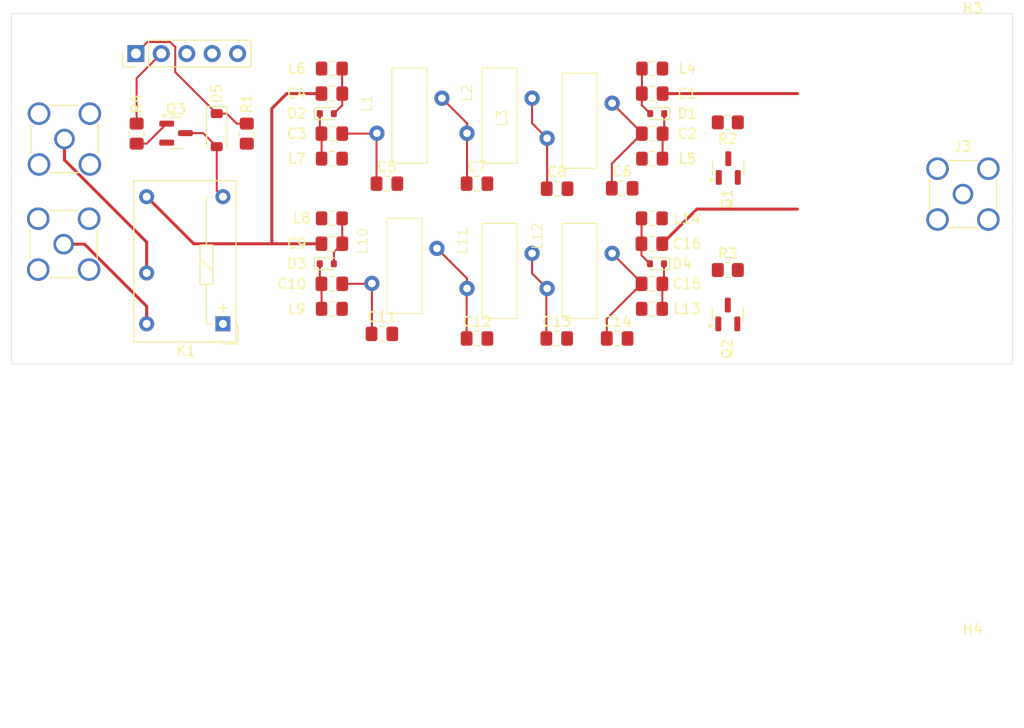
<source format=kicad_pcb>
(kicad_pcb (version 20240108) (generator "pcbnew") (generator_version "8.0")
  (layers (0 "F.Cu" signal) (31 "B.Cu" signal) (34 "B.Paste" user) (35 "F.Paste" user) (36 "B.SilkS" user "B.Silkscreen") (37 "F.SilkS" user "F.Silkscreen") (38 "B.Mask" user) (39 "F.Mask" user) (44 "Edge.Cuts" user))
  (net 0 "")
  (net 1 "LPF_OUT")
  (net 2 "Net-(D1-A)")
  (net 3 "Net-(D1-K)")
  (net 4 "Net-(C2-Pad1)")
  (net 5 "Net-(D2-K)")
  (net 6 "Net-(C3-Pad1)")
  (net 7 "/RF_A")
  (net 8 "Net-(D2-A)")
  (net 9 "GND")
  (net 10 "Net-(C7-Pad1)")
  (net 11 "Net-(C8-Pad1)")
  (net 12 "Net-(D3-A)")
  (net 13 "Net-(C10-Pad1)")
  (net 14 "Net-(D3-K)")
  (net 15 "Net-(C12-Pad1)")
  (net 16 "Net-(C13-Pad1)")
  (net 17 "Net-(C14-Pad1)")
  (net 18 "Net-(D4-K)")
  (net 19 "Net-(D4-A)")
  (net 20 "+5V")
  (net 21 "Net-(D5-A)")
  (net 22 "TX_IN")
  (net 23 "RX_OUT")
  (net 24 "TX_SEL")
  (net 25 "LPF_SEL1")
  (net 26 "LPF_SEL0")
  (net 27 "Net-(L14-Pad2)")
  (net 28 "Net-(Q1-C)")
  (net 29 "Net-(Q2-C)")
  (net 30 "Net-(Q1-B)")
  (net 31 "Net-(Q2-B)")
  (net 32 "Net-(Q3-B)")
  (footprint "Inductor_SMD:L_0805_2012Metric_Pad1.15x1.40mm_HandSolder" (layer "F.Cu") (at 186 65.5)
    (property "Reference" "L5" (at 3.5 0 0) (layer "F.SilkS"))
    (property "Value" "47uH")
    (fp_line (start -0.261252 -0.71) (end 0.261252 -0.71) (stroke (width 0.12)) (layer "F.SilkS"))
    (fp_line (start -0.261252 0.71) (end 0.261252 0.71) (stroke (width 0.12)) (layer "F.SilkS"))
    (pad "1" smd roundrect (at -1.025 0) (size 1.15 1.4) (layers "F.Cu" "F.Paste" "F.Mask") (roundrect_rratio 0.217391) (net 28 "Net-(Q1-C)"))
    (pad "2" smd roundrect (at 1.025 0) (size 1.15 1.4) (layers "F.Cu" "F.Paste" "F.Mask") (roundrect_rratio 0.217391) (net 3 "Net-(D1-K)"))
  )
  (footprint "Capacitor_SMD:C_0805_2012Metric_Pad1.18x1.45mm_HandSolder" (layer "F.Cu") (at 182.5 83.4625)
    (property "Reference" "C14" (at 0 -1.68 0) (layer "F.SilkS"))
    (property "Value" "180p")
    (fp_line (start -0.261252 -0.735) (end 0.261252 -0.735) (stroke (width 0.12)) (layer "F.SilkS"))
    (fp_line (start -0.261252 0.735) (end 0.261252 0.735) (stroke (width 0.12)) (layer "F.SilkS"))
    (pad "1" smd roundrect (at -1.0375 0) (size 1.175 1.45) (layers "F.Cu" "F.Paste" "F.Mask") (roundrect_rratio 0.212766) (net 17 "Net-(C14-Pad1)"))
    (pad "2" smd roundrect (at 1.0375 0) (size 1.175 1.45) (layers "F.Cu" "F.Paste" "F.Mask") (roundrect_rratio 0.212766) (net 9 "GND"))
  )
  (footprint "bruce-footprints:FT37-43 Unifilar" (layer "F.Cu") (at 178.5 76.4625 90)
    (property "Reference" "L12" (at 3.23 -3.987 90) (layer "F.SilkS") (effects (font (thickness 0.1))))
    (property "Value" "0.773u")
    (fp_rect (start -5 -1.5) (end 4.5 2) (stroke (width 0.1)) (fill none) (layer "F.SilkS"))
    (pad "1" thru_hole circle (at -2 -3 90) (size 1.524 1.524) (drill 0.762) (layers "*.Cu" "*.Mask") (net 16 "Net-(C13-Pad1)"))
    (pad "2" thru_hole circle (at 1.5 3.5 90) (size 1.524 1.524) (drill 0.762) (layers "*.Cu" "*.Mask") (net 17 "Net-(C14-Pad1)"))
  )
  (footprint "bruce-footprints:FT37-43 Unifilar" (layer "F.Cu") (at 161.5 60.9625 90)
    (property "Reference" "L1" (at 1 -4 90) (layer "F.SilkS") (effects (font (thickness 0.1))))
    (property "Value" "1.38uH")
    (fp_rect (start -5 -1.5) (end 4.5 2) (stroke (width 0.1)) (fill none) (layer "F.SilkS"))
    (pad "1" thru_hole circle (at -2 -3 90) (size 1.524 1.524) (drill 0.762) (layers "*.Cu" "*.Mask") (net 6 "Net-(C3-Pad1)"))
    (pad "2" thru_hole circle (at 1.5 3.5 90) (size 1.524 1.524) (drill 0.762) (layers "*.Cu" "*.Mask") (net 10 "Net-(C7-Pad1)"))
  )
  (footprint "MountingHole:MountingHole_3.5mm" (layer "F.Cu") (at 126 55)
    (property "Reference" "H1" (hide yes))
    (property "Value" "MountingHole")
    (pad "" np_thru_hole circle (at 0 0) (size 3.5 3.5) (drill 3.5) (layers "*.Cu" "*.Mask"))
  )
  (footprint "Connector_PinHeader_2.54mm:PinHeader_1x05_P2.54mm_Vertical" (layer "F.Cu") (at 134.425 55 90)
    (property "Reference" "J4" (hide yes))
    (property "Value" "Conn_01x05")
    (fp_line (start -1.33 -1.33) (end 0 -1.33) (stroke (width 0.12)) (layer "F.SilkS"))
    (fp_line (start -1.33 0) (end -1.33 -1.33) (stroke (width 0.12)) (layer "F.SilkS"))
    (fp_line (start 1.33 1.27) (end 1.33 11.49) (stroke (width 0.12)) (layer "F.SilkS"))
    (fp_line (start -1.33 1.27) (end 1.33 1.27) (stroke (width 0.12)) (layer "F.SilkS"))
    (fp_line (start -1.33 1.27) (end -1.33 11.49) (stroke (width 0.12)) (layer "F.SilkS"))
    (fp_line (start -1.33 11.49) (end 1.33 11.49) (stroke (width 0.12)) (layer "F.SilkS"))
    (pad "1" thru_hole rect (at 0 0 90) (size 1.7 1.7) (drill 1) (layers "*.Cu" "*.Mask") (net 20 "+5V"))
    (pad "2" thru_hole oval (at 0 2.54 90) (size 1.7 1.7) (drill 1) (layers "*.Cu" "*.Mask") (net 24 "TX_SEL"))
    (pad "3" thru_hole oval (at 0 5.08 90) (size 1.7 1.7) (drill 1) (layers "*.Cu" "*.Mask") (net 26 "LPF_SEL0"))
    (pad "4" thru_hole oval (at 0 7.62 90) (size 1.7 1.7) (drill 1) (layers "*.Cu" "*.Mask") (net 25 "LPF_SEL1"))
    (pad "5" thru_hole oval (at 0 10.16 90) (size 1.7 1.7) (drill 1) (layers "*.Cu" "*.Mask") (net 9 "GND"))
  )
  (footprint "Connector_Coaxial:SMA_Amphenol_901-144_Vertical" (layer "F.Cu") (at 127.21 74.04)
    (property "Reference" "J1" (hide yes))
    (property "Value" "Conn_Coaxial")
    (fp_line (start -3.355 -1.45) (end -3.355 1.45) (stroke (width 0.12)) (layer "F.SilkS"))
    (fp_line (start -1.45 -3.355) (end 1.45 -3.355) (stroke (width 0.12)) (layer "F.SilkS"))
    (fp_line (start -1.45 3.355) (end 1.45 3.355) (stroke (width 0.12)) (layer "F.SilkS"))
    (fp_line (start 3.355 -1.45) (end 3.355 1.45) (stroke (width 0.12)) (layer "F.SilkS"))
    (pad "1" thru_hole circle (at 0 0) (size 2.05 2.05) (drill 1.5) (layers "*.Cu" "*.Mask") (net 22 "TX_IN"))
    (pad "2" thru_hole circle (at -2.54 -2.54) (size 2.25 2.25) (drill 1.7) (layers "*.Cu" "*.Mask") (net 9 "GND"))
    (pad "2" thru_hole circle (at -2.54 2.54) (size 2.25 2.25) (drill 1.7) (layers "*.Cu" "*.Mask") (net 9 "GND"))
    (pad "2" thru_hole circle (at 2.54 -2.54) (size 2.25 2.25) (drill 1.7) (layers "*.Cu" "*.Mask") (net 9 "GND"))
    (pad "2" thru_hole circle (at 2.54 2.54) (size 2.25 2.25) (drill 1.7) (layers "*.Cu" "*.Mask") (net 9 "GND"))
  )
  (footprint "Diode_SMD:D_SOD-523" (layer "F.Cu") (at 153.5 61)
    (property "Reference" "D2" (at -3 0 0) (layer "F.SilkS"))
    (property "Value" "D")
    (fp_line (start -1.26 -0.6) (end -1.26 0.6) (stroke (width 0.12)) (layer "F.SilkS"))
    (fp_line (start 0.7 -0.6) (end -1.26 -0.6) (stroke (width 0.12)) (layer "F.SilkS"))
    (fp_line (start 0.7 0.6) (end -1.26 0.6) (stroke (width 0.12)) (layer "F.SilkS"))
    (pad "1" smd roundrect (at -0.7 0 180) (size 0.6 0.7) (layers "F.Cu" "F.Paste" "F.Mask") (net 5 "Net-(D2-K)"))
    (pad "2" smd roundrect (at 0.7 0 180) (size 0.6 0.7) (layers "F.Cu" "F.Paste" "F.Mask") (net 8 "Net-(D2-A)"))
  )
  (footprint "Capacitor_SMD:C_0805_2012Metric_Pad1.18x1.45mm_HandSolder" (layer "F.Cu") (at 185.975 78)
    (property "Reference" "C15" (at 3.5 0 0) (layer "F.SilkS"))
    (property "Value" "0.1uF")
    (fp_line (start -0.261252 -0.735) (end 0.261252 -0.735) (stroke (width 0.12)) (layer "F.SilkS"))
    (fp_line (start -0.261252 0.735) (end 0.261252 0.735) (stroke (width 0.12)) (layer "F.SilkS"))
    (pad "1" smd roundrect (at -1.0375 0) (size 1.175 1.45) (layers "F.Cu" "F.Paste" "F.Mask") (roundrect_rratio 0.212766) (net 17 "Net-(C14-Pad1)"))
    (pad "2" smd roundrect (at 1.0375 0) (size 1.175 1.45) (layers "F.Cu" "F.Paste" "F.Mask") (roundrect_rratio 0.212766) (net 18 "Net-(D4-K)"))
  )
  (footprint "Capacitor_SMD:C_0805_2012Metric_Pad1.18x1.45mm_HandSolder" (layer "F.Cu") (at 154 63 180)
    (property "Reference" "C3" (at 3.5 0 0) (layer "F.SilkS"))
    (property "Value" "0.1uF")
    (fp_line (start -0.261252 0.735) (end 0.261252 0.735) (stroke (width 0.12)) (layer "F.SilkS"))
    (fp_line (start -0.261252 -0.735) (end 0.261252 -0.735) (stroke (width 0.12)) (layer "F.SilkS"))
    (pad "1" smd roundrect (at -1.0375 0 180) (size 1.175 1.45) (layers "F.Cu" "F.Paste" "F.Mask") (roundrect_rratio 0.212766) (net 6 "Net-(C3-Pad1)"))
    (pad "2" smd roundrect (at 1.0375 0 180) (size 1.175 1.45) (layers "F.Cu" "F.Paste" "F.Mask") (roundrect_rratio 0.212766) (net 5 "Net-(D2-K)"))
  )
  (footprint "bruce-footprints:FT37-43 Unifilar" (layer "F.Cu") (at 170.5 76.4625 90)
    (property "Reference" "L11" (at 2.73 -3.463 90) (layer "F.SilkS") (effects (font (thickness 0.1))))
    (property "Value" "0.904u")
    (fp_rect (start -5 -1.5) (end 4.5 2) (stroke (width 0.1)) (fill none) (layer "F.SilkS"))
    (pad "1" thru_hole circle (at -2 -3 90) (size 1.524 1.524) (drill 0.762) (layers "*.Cu" "*.Mask") (net 15 "Net-(C12-Pad1)"))
    (pad "2" thru_hole circle (at 1.5 3.5 90) (size 1.524 1.524) (drill 0.762) (layers "*.Cu" "*.Mask") (net 16 "Net-(C13-Pad1)"))
  )
  (footprint "Capacitor_SMD:C_0805_2012Metric_Pad1.18x1.45mm_HandSolder" (layer "F.Cu") (at 154 78 180)
    (property "Reference" "C10" (at 4 0 0) (layer "F.SilkS"))
    (property "Value" "0.1uF")
    (fp_line (start -0.261252 0.735) (end 0.261252 0.735) (stroke (width 0.12)) (layer "F.SilkS"))
    (fp_line (start -0.261252 -0.735) (end 0.261252 -0.735) (stroke (width 0.12)) (layer "F.SilkS"))
    (pad "1" smd roundrect (at -1.0375 0 180) (size 1.175 1.45) (layers "F.Cu" "F.Paste" "F.Mask") (roundrect_rratio 0.212766) (net 13 "Net-(C10-Pad1)"))
    (pad "2" smd roundrect (at 1.0375 0 180) (size 1.175 1.45) (layers "F.Cu" "F.Paste" "F.Mask") (roundrect_rratio 0.212766) (net 14 "Net-(D3-K)"))
  )
  (footprint "Capacitor_SMD:C_0805_2012Metric_Pad1.18x1.45mm_HandSolder" (layer "F.Cu") (at 186 59)
    (property "Reference" "C1" (at 3.5 0 0) (layer "F.SilkS"))
    (property "Value" "0.1uF")
    (fp_line (start -0.261252 -0.735) (end 0.261252 -0.735) (stroke (width 0.12)) (layer "F.SilkS"))
    (fp_line (start -0.261252 0.735) (end 0.261252 0.735) (stroke (width 0.12)) (layer "F.SilkS"))
    (pad "1" smd roundrect (at -1.0375 0) (size 1.175 1.45) (layers "F.Cu" "F.Paste" "F.Mask") (roundrect_rratio 0.212766) (net 2 "Net-(D1-A)"))
    (pad "2" smd roundrect (at 1.0375 0) (size 1.175 1.45) (layers "F.Cu" "F.Paste" "F.Mask") (roundrect_rratio 0.212766) (net 1 "LPF_OUT"))
  )
  (footprint "Capacitor_SMD:C_0805_2012Metric_Pad1.18x1.45mm_HandSolder" (layer "F.Cu") (at 176.4625 83.4625)
    (property "Reference" "C13" (at 0 -1.68 0) (layer "F.SilkS"))
    (property "Value" "390")
    (fp_line (start -0.261252 -0.735) (end 0.261252 -0.735) (stroke (width 0.12)) (layer "F.SilkS"))
    (fp_line (start -0.261252 0.735) (end 0.261252 0.735) (stroke (width 0.12)) (layer "F.SilkS"))
    (pad "1" smd roundrect (at -1.0375 0) (size 1.175 1.45) (layers "F.Cu" "F.Paste" "F.Mask") (roundrect_rratio 0.212766) (net 16 "Net-(C13-Pad1)"))
    (pad "2" smd roundrect (at 1.0375 0) (size 1.175 1.45) (layers "F.Cu" "F.Paste" "F.Mask") (roundrect_rratio 0.212766) (net 9 "GND"))
  )
  (footprint "Capacitor_SMD:C_0805_2012Metric_Pad1.18x1.45mm_HandSolder" (layer "F.Cu") (at 176.5 68.5)
    (property "Reference" "C8" (at 0 -1.68 0) (layer "F.SilkS"))
    (property "Value" "680p")
    (fp_line (start -0.261252 -0.735) (end 0.261252 -0.735) (stroke (width 0.12)) (layer "F.SilkS"))
    (fp_line (start -0.261252 0.735) (end 0.261252 0.735) (stroke (width 0.12)) (layer "F.SilkS"))
    (pad "1" smd roundrect (at -1.0375 0) (size 1.175 1.45) (layers "F.Cu" "F.Paste" "F.Mask") (roundrect_rratio 0.212766) (net 11 "Net-(C8-Pad1)"))
    (pad "2" smd roundrect (at 1.0375 0) (size 1.175 1.45) (layers "F.Cu" "F.Paste" "F.Mask") (roundrect_rratio 0.212766) (net 9 "GND"))
  )
  (footprint "Inductor_SMD:L_0805_2012Metric_Pad1.15x1.40mm_HandSolder" (layer "F.Cu") (at 154 71.4625 180)
    (property "Reference" "L8" (at 3 0.0375 360) (layer "F.SilkS"))
    (property "Value" "47uH")
    (fp_line (start -0.261252 0.71) (end 0.261252 0.71) (stroke (width 0.12)) (layer "F.SilkS"))
    (fp_line (start -0.261252 -0.71) (end 0.261252 -0.71) (stroke (width 0.12)) (layer "F.SilkS"))
    (pad "1" smd roundrect (at -1.025 0 180) (size 1.15 1.4) (layers "F.Cu" "F.Paste" "F.Mask") (roundrect_rratio 0.217391) (net 12 "Net-(D3-A)"))
    (pad "2" smd roundrect (at 1.025 0 180) (size 1.15 1.4) (layers "F.Cu" "F.Paste" "F.Mask") (roundrect_rratio 0.217391) (net 27 "Net-(L14-Pad2)"))
  )
  (footprint "Inductor_SMD:L_0805_2012Metric_Pad1.15x1.40mm_HandSolder" (layer "F.Cu") (at 154 65.5 180)
    (property "Reference" "L7" (at 3.5 0 0) (layer "F.SilkS"))
    (property "Value" "47uH")
    (fp_line (start -0.261252 0.71) (end 0.261252 0.71) (stroke (width 0.12)) (layer "F.SilkS"))
    (fp_line (start -0.261252 -0.71) (end 0.261252 -0.71) (stroke (width 0.12)) (layer "F.SilkS"))
    (pad "1" smd roundrect (at -1.025 0 180) (size 1.15 1.4) (layers "F.Cu" "F.Paste" "F.Mask") (roundrect_rratio 0.217391) (net 28 "Net-(Q1-C)"))
    (pad "2" smd roundrect (at 1.025 0 180) (size 1.15 1.4) (layers "F.Cu" "F.Paste" "F.Mask") (roundrect_rratio 0.217391) (net 5 "Net-(D2-K)"))
  )
  (footprint "Package_TO_SOT_SMD:SOT-23" (layer "F.Cu") (at 193.55 81.0625 90)
    (property "Reference" "Q2" (at -3.4375 -0.05 90) (layer "F.SilkS"))
    (property "Value" "MMBT3904")
    (fp_line (start 0 -1.56) (end 0.65 -1.56) (stroke (width 0.12)) (layer "F.SilkS"))
    (fp_line (start 0 -1.56) (end -0.65 -1.56) (stroke (width 0.12)) (layer "F.SilkS"))
    (fp_line (start 0 1.56) (end 0.65 1.56) (stroke (width 0.12)) (layer "F.SilkS"))
    (fp_line (start 0 1.56) (end -0.65 1.56) (stroke (width 0.12)) (layer "F.SilkS"))
    (fp_poly (pts (xy -1.1625 -1.51) (xy -1.4025 -1.84) (xy -0.9225 -1.84) (xy -1.1625 -1.51)) (stroke (width 0.12)) (fill solid) (layer "F.SilkS"))
    (pad "1" smd roundrect (at -0.9375 -0.95 90) (size 1.475 0.6) (layers "F.Cu" "F.Paste" "F.Mask") (net 31 "Net-(Q2-B)"))
    (pad "2" smd roundrect (at -0.9375 0.95 90) (size 1.475 0.6) (layers "F.Cu" "F.Paste" "F.Mask") (net 9 "GND"))
    (pad "3" smd roundrect (at 0.9375 0 90) (size 1.475 0.6) (layers "F.Cu" "F.Paste" "F.Mask") (net 29 "Net-(Q2-C)"))
  )
  (footprint "Inductor_SMD:L_0805_2012Metric_Pad1.15x1.40mm_HandSolder" (layer "F.Cu") (at 154 80.5 180)
    (property "Reference" "L9" (at 3.5 0 0) (layer "F.SilkS"))
    (property "Value" "47uH")
    (fp_line (start -0.261252 0.71) (end 0.261252 0.71) (stroke (width 0.12)) (layer "F.SilkS"))
    (fp_line (start -0.261252 -0.71) (end 0.261252 -0.71) (stroke (width 0.12)) (layer "F.SilkS"))
    (pad "1" smd roundrect (at -1.025 0 180) (size 1.15 1.4) (layers "F.Cu" "F.Paste" "F.Mask") (roundrect_rratio 0.217391) (net 29 "Net-(Q2-C)"))
    (pad "2" smd roundrect (at 1.025 0 180) (size 1.15 1.4) (layers "F.Cu" "F.Paste" "F.Mask") (roundrect_rratio 0.217391) (net 14 "Net-(D3-K)"))
  )
  (footprint "Capacitor_SMD:C_0805_2012Metric_Pad1.18x1.45mm_HandSolder" (layer "F.Cu") (at 183 68.4625)
    (property "Reference" "C6" (at 0 -1.68 0) (layer "F.SilkS"))
    (property "Value" "270p")
    (fp_line (start -0.261252 -0.735) (end 0.261252 -0.735) (stroke (width 0.12)) (layer "F.SilkS"))
    (fp_line (start -0.261252 0.735) (end 0.261252 0.735) (stroke (width 0.12)) (layer "F.SilkS"))
    (pad "1" smd roundrect (at -1.0375 0) (size 1.175 1.45) (layers "F.Cu" "F.Paste" "F.Mask") (roundrect_rratio 0.212766) (net 4 "Net-(C2-Pad1)"))
    (pad "2" smd roundrect (at 1.0375 0) (size 1.175 1.45) (layers "F.Cu" "F.Paste" "F.Mask") (roundrect_rratio 0.212766) (net 9 "GND"))
  )
  (footprint "Relay_THT:Relay_SPDT_Omron_G6E" (layer "F.Cu") (at 143.12 82 180)
    (property "Reference" "K1" (at 3.7 -2.7 0) (layer "F.SilkS"))
    (property "Value" "G6E")
    (fp_line (start 8.9 14.3) (end -1.3 14.3) (stroke (width 0.12)) (layer "F.SilkS"))
    (fp_line (start 8.9 -1.8) (end 8.9 14.3) (stroke (width 0.12)) (layer "F.SilkS"))
    (fp_line (start 2.286 7.874) (end 1.016 7.874) (stroke (width 0.12)) (layer "F.SilkS"))
    (fp_line (start 2.286 3.937) (end 2.286 7.874) (stroke (width 0.12)) (layer "F.SilkS"))
    (fp_line (start 1.651 12.573) (end 1.397 12.573) (stroke (width 0.12)) (layer "F.SilkS"))
    (fp_line (start 1.651 7.874) (end 1.651 12.573) (stroke (width 0.12)) (layer "F.SilkS"))
    (fp_line (start 1.651 3.81) (end 1.651 0) (stroke (width 0.12)) (layer "F.SilkS"))
    (fp_line (start 1.651 0) (end 1.27 0) (stroke (width 0.12)) (layer "F.SilkS"))
    (fp_line (start 1.143 5.334) (end 2.286 6.477) (stroke (width 0.12)) (layer "F.SilkS"))
    (fp_line (start 1.016 7.874) (end 1.016 3.937) (stroke (width 0.12)) (layer "F.SilkS"))
    (fp_line (start 1.016 3.937) (end 2.286 3.937) (stroke (width 0.12)) (layer "F.SilkS"))
    (fp_line (start 0.4 1.6) (end -0.4 1.6) (stroke (width 0.12)) (layer "F.SilkS"))
    (fp_line (start 0 1.2) (end 0 2) (stroke (width 0.12)) (layer "F.SilkS"))
    (fp_line (start -1.3 14.3) (end -1.3 -1.8) (stroke (width 0.12)) (layer "F.SilkS"))
    (fp_line (start -1.3 -1.8) (end 8.9 -1.8) (stroke (width 0.12)) (layer "F.SilkS"))
    (fp_line (start -1.5 0) (end -1.5 -2) (stroke (width 0.12)) (layer "F.SilkS"))
    (fp_line (start -1.5 -2) (end 0.1 -2) (stroke (width 0.12)) (layer "F.SilkS"))
    (pad "1" thru_hole rect (at 0 0 90) (size 1.50114 1.50114) (drill 0.8001) (layers "*.Cu" "*.Mask") (net 20 "+5V"))
    (pad "6" thru_hole circle (at 0 12.7 90) (size 1.50114 1.50114) (drill 0.8001) (layers "*.Cu" "*.Mask") (net 21 "Net-(D5-A)"))
    (pad "7" thru_hole circle (at 7.62 12.7 90) (size 1.50114 1.50114) (drill 0.8001) (layers "*.Cu" "*.Mask") (net 7 "/RF_A"))
    (pad "10" thru_hole circle (at 7.62 5.08 90) (size 1.50114 1.50114) (drill 0.8001) (layers "*.Cu" "*.Mask") (net 23 "RX_OUT"))
    (pad "12" thru_hole circle (at 7.62 0 90) (size 1.50114 1.50114) (drill 0.8001) (layers "*.Cu" "*.Mask") (net 22 "TX_IN"))
  )
  (footprint "Diode_SMD:D_SOD-523" (layer "F.Cu") (at 186.475 76 180)
    (property "Reference" "D4" (at -2.5 0 0) (layer "F.SilkS"))
    (property "Value" "D")
    (fp_line (start 0.7 0.6) (end -1.26 0.6) (stroke (width 0.12)) (layer "F.SilkS"))
    (fp_line (start 0.7 -0.6) (end -1.26 -0.6) (stroke (width 0.12)) (layer "F.SilkS"))
    (fp_line (start -1.26 -0.6) (end -1.26 0.6) (stroke (width 0.12)) (layer "F.SilkS"))
    (pad "1" smd roundrect (at -0.7 0) (size 0.6 0.7) (layers "F.Cu" "F.Paste" "F.Mask") (net 18 "Net-(D4-K)"))
    (pad "2" smd roundrect (at 0.7 0) (size 0.6 0.7) (layers "F.Cu" "F.Paste" "F.Mask") (net 19 "Net-(D4-A)"))
  )
  (footprint "Diode_SMD:D_SOD-523" (layer "F.Cu") (at 153.5 76)
    (property "Reference" "D3" (at -3 0 0) (layer "F.SilkS"))
    (property "Value" "D")
    (fp_line (start -1.26 -0.6) (end -1.26 0.6) (stroke (width 0.12)) (layer "F.SilkS"))
    (fp_line (start 0.7 -0.6) (end -1.26 -0.6) (stroke (width 0.12)) (layer "F.SilkS"))
    (fp_line (start 0.7 0.6) (end -1.26 0.6) (stroke (width 0.12)) (layer "F.SilkS"))
    (pad "1" smd roundrect (at -0.7 0 180) (size 0.6 0.7) (layers "F.Cu" "F.Paste" "F.Mask") (net 14 "Net-(D3-K)"))
    (pad "2" smd roundrect (at 0.7 0 180) (size 0.6 0.7) (layers "F.Cu" "F.Paste" "F.Mask") (net 12 "Net-(D3-A)"))
  )
  (footprint "Capacitor_SMD:C_0805_2012Metric_Pad1.18x1.45mm_HandSolder" (layer "F.Cu") (at 159.5 68)
    (property "Reference" "C5" (at 0 -1.68 0) (layer "F.SilkS"))
    (property "Value" "270p")
    (fp_line (start -0.261252 -0.735) (end 0.261252 -0.735) (stroke (width 0.12)) (layer "F.SilkS"))
    (fp_line (start -0.261252 0.735) (end 0.261252 0.735) (stroke (width 0.12)) (layer "F.SilkS"))
    (pad "1" smd roundrect (at -1.0375 0) (size 1.175 1.45) (layers "F.Cu" "F.Paste" "F.Mask") (roundrect_rratio 0.212766) (net 6 "Net-(C3-Pad1)"))
    (pad "2" smd roundrect (at 1.0375 0) (size 1.175 1.45) (layers "F.Cu" "F.Paste" "F.Mask") (roundrect_rratio 0.212766) (net 9 "GND"))
  )
  (footprint "Package_TO_SOT_SMD:SOT-23" (layer "F.Cu") (at 193.6 66.4375 90)
    (property "Reference" "Q1" (at -3.0625 -0.1 90) (layer "F.SilkS"))
    (property "Value" "MMBT3904")
    (fp_line (start 0 -1.56) (end 0.65 -1.56) (stroke (width 0.12)) (layer "F.SilkS"))
    (fp_line (start 0 -1.56) (end -0.65 -1.56) (stroke (width 0.12)) (layer "F.SilkS"))
    (fp_line (start 0 1.56) (end 0.65 1.56) (stroke (width 0.12)) (layer "F.SilkS"))
    (fp_line (start 0 1.56) (end -0.65 1.56) (stroke (width 0.12)) (layer "F.SilkS"))
    (fp_poly (pts (xy -1.1625 -1.51) (xy -1.4025 -1.84) (xy -0.9225 -1.84) (xy -1.1625 -1.51)) (stroke (width 0.12)) (fill solid) (layer "F.SilkS"))
    (pad "1" smd roundrect (at -0.9375 -0.95 90) (size 1.475 0.6) (layers "F.Cu" "F.Paste" "F.Mask") (net 30 "Net-(Q1-B)"))
    (pad "2" smd roundrect (at -0.9375 0.95 90) (size 1.475 0.6) (layers "F.Cu" "F.Paste" "F.Mask") (net 9 "GND"))
    (pad "3" smd roundrect (at 0.9375 0 90) (size 1.475 0.6) (layers "F.Cu" "F.Paste" "F.Mask") (net 28 "Net-(Q1-C)"))
  )
  (footprint "Inductor_SMD:L_0805_2012Metric_Pad1.15x1.40mm_HandSolder" (layer "F.Cu") (at 185.975 80.5)
    (property "Reference" "L13" (at 3.5 0 0) (layer "F.SilkS"))
    (property "Value" "47uH")
    (fp_line (start -0.261252 -0.71) (end 0.261252 -0.71) (stroke (width 0.12)) (layer "F.SilkS"))
    (fp_line (start -0.261252 0.71) (end 0.261252 0.71) (stroke (width 0.12)) (layer "F.SilkS"))
    (pad "1" smd roundrect (at -1.025 0) (size 1.15 1.4) (layers "F.Cu" "F.Paste" "F.Mask") (roundrect_rratio 0.217391) (net 29 "Net-(Q2-C)"))
    (pad "2" smd roundrect (at 1.025 0) (size 1.15 1.4) (layers "F.Cu" "F.Paste" "F.Mask") (roundrect_rratio 0.217391) (net 18 "Net-(D4-K)"))
  )
  (footprint "Diode_SMD:D_SOD-523" (layer "F.Cu") (at 186.5 61 180)
    (property "Reference" "D1" (at -3 0 0) (layer "F.SilkS"))
    (property "Value" "D")
    (fp_line (start 0.7 0.6) (end -1.26 0.6) (stroke (width 0.12)) (layer "F.SilkS"))
    (fp_line (start 0.7 -0.6) (end -1.26 -0.6) (stroke (width 0.12)) (layer "F.SilkS"))
    (fp_line (start -1.26 -0.6) (end -1.26 0.6) (stroke (width 0.12)) (layer "F.SilkS"))
    (pad "1" smd roundrect (at -0.7 0) (size 0.6 0.7) (layers "F.Cu" "F.Paste" "F.Mask") (net 3 "Net-(D1-K)"))
    (pad "2" smd roundrect (at 0.7 0) (size 0.6 0.7) (layers "F.Cu" "F.Paste" "F.Mask") (net 2 "Net-(D1-A)"))
  )
  (footprint "Capacitor_SMD:C_0805_2012Metric_Pad1.18x1.45mm_HandSolder" (layer "F.Cu") (at 154 59 180)
    (property "Reference" "C4" (at 3.5 0 0) (layer "F.SilkS"))
    (property "Value" "0.1uF")
    (fp_line (start -0.261252 0.735) (end 0.261252 0.735) (stroke (width 0.12)) (layer "F.SilkS"))
    (fp_line (start -0.261252 -0.735) (end 0.261252 -0.735) (stroke (width 0.12)) (layer "F.SilkS"))
    (pad "1" smd roundrect (at -1.0375 0 180) (size 1.175 1.45) (layers "F.Cu" "F.Paste" "F.Mask") (roundrect_rratio 0.212766) (net 8 "Net-(D2-A)"))
    (pad "2" smd roundrect (at 1.0375 0 180) (size 1.175 1.45) (layers "F.Cu" "F.Paste" "F.Mask") (roundrect_rratio 0.212766) (net 7 "/RF_A"))
  )
  (footprint "Capacitor_SMD:C_0805_2012Metric_Pad1.18x1.45mm_HandSolder" (layer "F.Cu") (at 186 63)
    (property "Reference" "C2" (at 3.5 0 0) (layer "F.SilkS"))
    (property "Value" "0.1uF")
    (fp_line (start -0.261252 -0.735) (end 0.261252 -0.735) (stroke (width 0.12)) (layer "F.SilkS"))
    (fp_line (start -0.261252 0.735) (end 0.261252 0.735) (stroke (width 0.12)) (layer "F.SilkS"))
    (pad "1" smd roundrect (at -1.0375 0) (size 1.175 1.45) (layers "F.Cu" "F.Paste" "F.Mask") (roundrect_rratio 0.212766) (net 4 "Net-(C2-Pad1)"))
    (pad "2" smd roundrect (at 1.0375 0) (size 1.175 1.45) (layers "F.Cu" "F.Paste" "F.Mask") (roundrect_rratio 0.212766) (net 3 "Net-(D1-K)"))
  )
  (footprint "Capacitor_SMD:C_0805_2012Metric_Pad1.18x1.45mm_HandSolder" (layer "F.Cu") (at 168.5 83.4625)
    (property "Reference" "C12" (at 0 -1.68 0) (layer "F.SilkS"))
    (property "Value" "390p")
    (fp_line (start -0.261252 -0.735) (end 0.261252 -0.735) (stroke (width 0.12)) (layer "F.SilkS"))
    (fp_line (start -0.261252 0.735) (end 0.261252 0.735) (stroke (width 0.12)) (layer "F.SilkS"))
    (pad "1" smd roundrect (at -1.0375 0) (size 1.175 1.45) (layers "F.Cu" "F.Paste" "F.Mask") (roundrect_rratio 0.212766) (net 15 "Net-(C12-Pad1)"))
    (pad "2" smd roundrect (at 1.0375 0) (size 1.175 1.45) (layers "F.Cu" "F.Paste" "F.Mask") (roundrect_rratio 0.212766) (net 9 "GND"))
  )
  (footprint "MountingHole:MountingHole_3.5mm" (layer "F.Cu") (at 218 117)
    (property "Reference" "H4" (at 0 -4.5 0) (layer "F.SilkS"))
    (property "Value" "MountingHole")
    (pad "" np_thru_hole circle (at 0 0) (size 3.5 3.5) (drill 3.5) (layers "*.Cu" "*.Mask"))
  )
  (footprint "bruce-footprints:FT37-43 Unifilar" (layer "F.Cu") (at 178.5 61.4625 90)
    (property "Reference" "L3" (at 0 -7.5 90) (layer "F.SilkS") (effects (font (thickness 0.1))))
    (property "Value" "1.38uH")
    (fp_rect (start -5 -1.5) (end 4.5 2) (stroke (width 0.1)) (fill none) (layer "F.SilkS"))
    (pad "1" thru_hole circle (at -2 -3 90) (size 1.524 1.524) (drill 0.762) (layers "*.Cu" "*.Mask") (net 11 "Net-(C8-Pad1)"))
    (pad "2" thru_hole circle (at 1.5 3.5 90) (size 1.524 1.524) (drill 0.762) (layers "*.Cu" "*.Mask") (net 4 "Net-(C2-Pad1)"))
  )
  (footprint "Connector_Coaxial:SMA_Amphenol_901-144_Vertical" (layer "F.Cu") (at 127.29 63.54)
    (property "Reference" "J2" (hide yes))
    (property "Value" "Conn_Coaxial")
    (fp_line (start -3.355 -1.45) (end -3.355 1.45) (stroke (width 0.12)) (layer "F.SilkS"))
    (fp_line (start -1.45 -3.355) (end 1.45 -3.355) (stroke (width 0.12)) (layer "F.SilkS"))
    (fp_line (start -1.45 3.355) (end 1.45 3.355) (stroke (width 0.12)) (layer "F.SilkS"))
    (fp_line (start 3.355 -1.45) (end 3.355 1.45) (stroke (width 0.12)) (layer "F.SilkS"))
    (pad "1" thru_hole circle (at 0 0) (size 2.05 2.05) (drill 1.5) (layers "*.Cu" "*.Mask") (net 23 "RX_OUT"))
    (pad "2" thru_hole circle (at -2.54 -2.54) (size 2.25 2.25) (drill 1.7) (layers "*.Cu" "*.Mask") (net 9 "GND"))
    (pad "2" thru_hole circle (at -2.54 2.54) (size 2.25 2.25) (drill 1.7) (layers "*.Cu" "*.Mask") (net 9 "GND"))
    (pad "2" thru_hole circle (at 2.54 -2.54) (size 2.25 2.25) (drill 1.7) (layers "*.Cu" "*.Mask") (net 9 "GND"))
    (pad "2" thru_hole circle (at 2.54 2.54) (size 2.25 2.25) (drill 1.7) (layers "*.Cu" "*.Mask") (net 9 "GND"))
  )
  (footprint "Capacitor_SMD:C_0805_2012Metric_Pad1.18x1.45mm_HandSolder" (layer "F.Cu") (at 154 74 180)
    (property "Reference" "C9" (at 3.5 0 0) (layer "F.SilkS"))
    (property "Value" "0.1uF")
    (fp_line (start -0.261252 0.735) (end 0.261252 0.735) (stroke (width 0.12)) (layer "F.SilkS"))
    (fp_line (start -0.261252 -0.735) (end 0.261252 -0.735) (stroke (width 0.12)) (layer "F.SilkS"))
    (pad "1" smd roundrect (at -1.0375 0 180) (size 1.175 1.45) (layers "F.Cu" "F.Paste" "F.Mask") (roundrect_rratio 0.212766) (net 12 "Net-(D3-A)"))
    (pad "2" smd roundrect (at 1.0375 0 180) (size 1.175 1.45) (layers "F.Cu" "F.Paste" "F.Mask") (roundrect_rratio 0.212766) (net 7 "/RF_A"))
  )
  (footprint "Resistor_SMD:R_0805_2012Metric_Pad1.20x1.40mm_HandSolder" (layer "F.Cu") (at 145.5 63 -90)
    (property "Reference" "R1" (at -3 0 90) (layer "F.SilkS"))
    (property "Value" "220")
    (fp_line (start -0.227064 0.735) (end 0.227064 0.735) (stroke (width 0.12)) (layer "F.SilkS"))
    (fp_line (start -0.227064 -0.735) (end 0.227064 -0.735) (stroke (width 0.12)) (layer "F.SilkS"))
    (pad "1" smd roundrect (at -1 0 270) (size 1.2 1.4) (layers "F.Cu" "F.Paste" "F.Mask") (roundrect_rratio 0.208333) (net 20 "+5V"))
    (pad "2" smd roundrect (at 1 0 270) (size 1.2 1.4) (layers "F.Cu" "F.Paste" "F.Mask") (roundrect_rratio 0.208333) (net 27 "Net-(L14-Pad2)"))
  )
  (footprint "Inductor_SMD:L_0805_2012Metric_Pad1.15x1.40mm_HandSolder" (layer "F.Cu") (at 154 56.5 180)
    (property "Reference" "L6" (at 3.5 0 0) (layer "F.SilkS"))
    (property "Value" "47uH")
    (fp_line (start -0.261252 0.71) (end 0.261252 0.71) (stroke (width 0.12)) (layer "F.SilkS"))
    (fp_line (start -0.261252 -0.71) (end 0.261252 -0.71) (stroke (width 0.12)) (layer "F.SilkS"))
    (pad "1" smd roundrect (at -1.025 0 180) (size 1.15 1.4) (layers "F.Cu" "F.Paste" "F.Mask") (roundrect_rratio 0.217391) (net 8 "Net-(D2-A)"))
    (pad "2" smd roundrect (at 1.025 0 180) (size 1.15 1.4) (layers "F.Cu" "F.Paste" "F.Mask") (roundrect_rratio 0.217391) (net 27 "Net-(L14-Pad2)"))
  )
  (footprint "Connector_Coaxial:SMA_Amphenol_901-144_Vertical" (layer "F.Cu") (at 217.04 69.04)
    (property "Reference" "J3" (at 0 -4.75 0) (layer "F.SilkS"))
    (property "Value" "Conn_Coaxial")
    (fp_line (start -3.355 -1.45) (end -3.355 1.45) (stroke (width 0.12)) (layer "F.SilkS"))
    (fp_line (start -1.45 -3.355) (end 1.45 -3.355) (stroke (width 0.12)) (layer "F.SilkS"))
    (fp_line (start -1.45 3.355) (end 1.45 3.355) (stroke (width 0.12)) (layer "F.SilkS"))
    (fp_line (start 3.355 -1.45) (end 3.355 1.45) (stroke (width 0.12)) (layer "F.SilkS"))
    (pad "1" thru_hole circle (at 0 0) (size 2.05 2.05) (drill 1.5) (layers "*.Cu" "*.Mask") (net 1 "LPF_OUT"))
    (pad "2" thru_hole circle (at -2.54 -2.54) (size 2.25 2.25) (drill 1.7) (layers "*.Cu" "*.Mask") (net 9 "GND"))
    (pad "2" thru_hole circle (at -2.54 2.54) (size 2.25 2.25) (drill 1.7) (layers "*.Cu" "*.Mask") (net 9 "GND"))
    (pad "2" thru_hole circle (at 2.54 -2.54) (size 2.25 2.25) (drill 1.7) (layers "*.Cu" "*.Mask") (net 9 "GND"))
    (pad "2" thru_hole circle (at 2.54 2.54) (size 2.25 2.25) (drill 1.7) (layers "*.Cu" "*.Mask") (net 9 "GND"))
  )
  (footprint "bruce-footprints:FT37-43 Unifilar" (layer "F.Cu") (at 161 75.9625 90)
    (property "Reference" "L10" (at 2.23 -3.939 90) (layer "F.SilkS") (effects (font (thickness 0.1))))
    (property "Value" "0.773u")
    (fp_rect (start -5 -1.5) (end 4.5 2) (stroke (width 0.1)) (fill none) (layer "F.SilkS"))
    (pad "1" thru_hole circle (at -2 -3 90) (size 1.524 1.524) (drill 0.762) (layers "*.Cu" "*.Mask") (net 13 "Net-(C10-Pad1)"))
    (pad "2" thru_hole circle (at 1.5 3.5 90) (size 1.524 1.524) (drill 0.762) (layers "*.Cu" "*.Mask") (net 15 "Net-(C12-Pad1)"))
  )
  (footprint "Capacitor_SMD:C_0805_2012Metric_Pad1.18x1.45mm_HandSolder" (layer "F.Cu") (at 168.5 68)
    (property "Reference" "C7" (at 0 -1.68 0) (layer "F.SilkS"))
    (property "Value" "680p")
    (fp_line (start -0.261252 -0.735) (end 0.261252 -0.735) (stroke (width 0.12)) (layer "F.SilkS"))
    (fp_line (start -0.261252 0.735) (end 0.261252 0.735) (stroke (width 0.12)) (layer "F.SilkS"))
    (pad "1" smd roundrect (at -1.0375 0) (size 1.175 1.45) (layers "F.Cu" "F.Paste" "F.Mask") (roundrect_rratio 0.212766) (net 10 "Net-(C7-Pad1)"))
    (pad "2" smd roundrect (at 1.0375 0) (size 1.175 1.45) (layers "F.Cu" "F.Paste" "F.Mask") (roundrect_rratio 0.212766) (net 9 "GND"))
  )
  (footprint "Inductor_SMD:L_0805_2012Metric_Pad1.15x1.40mm_HandSolder" (layer "F.Cu") (at 186 56.5)
    (property "Reference" "L4" (at 3.5 0 0) (layer "F.SilkS"))
    (property "Value" "47uH")
    (fp_line (start -0.261252 -0.71) (end 0.261252 -0.71) (stroke (width 0.12)) (layer "F.SilkS"))
    (fp_line (start -0.261252 0.71) (end 0.261252 0.71) (stroke (width 0.12)) (layer "F.SilkS"))
    (pad "1" smd roundrect (at -1.025 0) (size 1.15 1.4) (layers "F.Cu" "F.Paste" "F.Mask") (roundrect_rratio 0.217391) (net 2 "Net-(D1-A)"))
    (pad "2" smd roundrect (at 1.025 0) (size 1.15 1.4) (layers "F.Cu" "F.Paste" "F.Mask") (roundrect_rratio 0.217391) (net 27 "Net-(L14-Pad2)"))
  )
  (footprint "Diode_SMD:D_SOD-123" (layer "F.Cu") (at 142.5 62.65 -90)
    (property "Reference" "D5" (at -3.65 0 90) (layer "F.SilkS"))
    (property "Value" "1N4148W")
    (fp_line (start -2.36 1) (end 1.65 1) (stroke (width 0.12)) (layer "F.SilkS"))
    (fp_line (start -2.36 -1) (end -2.36 1) (stroke (width 0.12)) (layer "F.SilkS"))
    (fp_line (start -2.36 -1) (end 1.65 -1) (stroke (width 0.12)) (layer "F.SilkS"))
    (pad "1" smd roundrect (at -1.65 0 270) (size 0.9 1.2) (layers "F.Cu" "F.Paste" "F.Mask") (net 20 "+5V"))
    (pad "2" smd roundrect (at 1.65 0 270) (size 0.9 1.2) (layers "F.Cu" "F.Paste" "F.Mask") (net 21 "Net-(D5-A)"))
  )
  (footprint "Capacitor_SMD:C_0805_2012Metric_Pad1.18x1.45mm_HandSolder" (layer "F.Cu") (at 159 83)
    (property "Reference" "C11" (at 0 -1.68 0) (layer "F.SilkS"))
    (property "Value" "180p")
    (fp_line (start -0.261252 -0.735) (end 0.261252 -0.735) (stroke (width 0.12)) (layer "F.SilkS"))
    (fp_line (start -0.261252 0.735) (end 0.261252 0.735) (stroke (width 0.12)) (layer "F.SilkS"))
    (pad "1" smd roundrect (at -1.0375 0) (size 1.175 1.45) (layers "F.Cu" "F.Paste" "F.Mask") (roundrect_rratio 0.212766) (net 13 "Net-(C10-Pad1)"))
    (pad "2" smd roundrect (at 1.0375 0) (size 1.175 1.45) (layers "F.Cu" "F.Paste" "F.Mask") (roundrect_rratio 0.212766) (net 9 "GND"))
  )
  (footprint "bruce-footprints:FT37-43 Unifilar" (layer "F.Cu") (at 170.5 60.9625 90)
    (property "Reference" "L2" (at 2 -3 90) (layer "F.SilkS") (effects (font (thickness 0.1))))
    (property "Value" "1.7uH")
    (fp_rect (start -5 -1.5) (end 4.5 2) (stroke (width 0.1)) (fill none) (layer "F.SilkS"))
    (pad "1" thru_hole circle (at -2 -3 90) (size 1.524 1.524) (drill 0.762) (layers "*.Cu" "*.Mask") (net 10 "Net-(C7-Pad1)"))
    (pad "2" thru_hole circle (at 1.5 3.5 90) (size 1.524 1.524) (drill 0.762) (layers "*.Cu" "*.Mask") (net 11 "Net-(C8-Pad1)"))
  )
  (footprint "Resistor_SMD:R_0805_2012Metric_Pad1.20x1.40mm_HandSolder" (layer "F.Cu") (at 193.55 76.625)
    (property "Reference" "R3" (at 0 -1.65 0) (layer "F.SilkS"))
    (property "Value" "1k")
    (fp_line (start -0.227064 -0.735) (end 0.227064 -0.735) (stroke (width 0.12)) (layer "F.SilkS"))
    (fp_line (start -0.227064 0.735) (end 0.227064 0.735) (stroke (width 0.12)) (layer "F.SilkS"))
    (pad "1" smd roundrect (at -1 0) (size 1.2 1.4) (layers "F.Cu" "F.Paste" "F.Mask") (roundrect_rratio 0.208333) (net 25 "LPF_SEL1"))
    (pad "2" smd roundrect (at 1 0) (size 1.2 1.4) (layers "F.Cu" "F.Paste" "F.Mask") (roundrect_rratio 0.208333) (net 31 "Net-(Q2-B)"))
  )
  (footprint "Resistor_SMD:R_0805_2012Metric_Pad1.20x1.40mm_HandSolder" (layer "F.Cu") (at 134.5 63 -90)
    (property "Reference" "R4" (at -3 0 90) (layer "F.SilkS"))
    (property "Value" "1k")
    (fp_line (start -0.227064 0.735) (end 0.227064 0.735) (stroke (width 0.12)) (layer "F.SilkS"))
    (fp_line (start -0.227064 -0.735) (end 0.227064 -0.735) (stroke (width 0.12)) (layer "F.SilkS"))
    (pad "1" smd roundrect (at -1 0 270) (size 1.2 1.4) (layers "F.Cu" "F.Paste" "F.Mask") (roundrect_rratio 0.208333) (net 24 "TX_SEL"))
    (pad "2" smd roundrect (at 1 0 270) (size 1.2 1.4) (layers "F.Cu" "F.Paste" "F.Mask") (roundrect_rratio 0.208333) (net 32 "Net-(Q3-B)"))
  )
  (footprint "Inductor_SMD:L_0805_2012Metric_Pad1.15x1.40mm_HandSolder" (layer "F.Cu") (at 185.9625 71.4625)
    (property "Reference" "L14" (at 3.5 0.0375 0) (layer "F.SilkS"))
    (property "Value" "47uH")
    (fp_line (start -0.261252 -0.71) (end 0.261252 -0.71) (stroke (width 0.12)) (layer "F.SilkS"))
    (fp_line (start -0.261252 0.71) (end 0.261252 0.71) (stroke (width 0.12)) (layer "F.SilkS"))
    (pad "1" smd roundrect (at -1.025 0) (size 1.15 1.4) (layers "F.Cu" "F.Paste" "F.Mask") (roundrect_rratio 0.217391) (net 19 "Net-(D4-A)"))
    (pad "2" smd roundrect (at 1.025 0) (size 1.15 1.4) (layers "F.Cu" "F.Paste" "F.Mask") (roundrect_rratio 0.217391) (net 27 "Net-(L14-Pad2)"))
  )
  (footprint "Resistor_SMD:R_0805_2012Metric_Pad1.20x1.40mm_HandSolder" (layer "F.Cu") (at 193.55 61.875 180)
    (property "Reference" "R2" (at 0 -1.65 0) (layer "F.SilkS"))
    (property "Value" "1k")
    (fp_line (start -0.227064 0.735) (end 0.227064 0.735) (stroke (width 0.12)) (layer "F.SilkS"))
    (fp_line (start -0.227064 -0.735) (end 0.227064 -0.735) (stroke (width 0.12)) (layer "F.SilkS"))
    (pad "1" smd roundrect (at -1 0 180) (size 1.2 1.4) (layers "F.Cu" "F.Paste" "F.Mask") (roundrect_rratio 0.208333) (net 26 "LPF_SEL0"))
    (pad "2" smd roundrect (at 1 0 180) (size 1.2 1.4) (layers "F.Cu" "F.Paste" "F.Mask") (roundrect_rratio 0.208333) (net 30 "Net-(Q1-B)"))
  )
  (footprint "Package_TO_SOT_SMD:SOT-23" (layer "F.Cu") (at 138.4375 62.95)
    (property "Reference" "Q3" (at 0 -2.4 0) (layer "F.SilkS"))
    (property "Value" "MMBT3904")
    (fp_line (start 0 -1.56) (end -0.65 -1.56) (stroke (width 0.12)) (layer "F.SilkS"))
    (fp_line (start 0 -1.56) (end 0.65 -1.56) (stroke (width 0.12)) (layer "F.SilkS"))
    (fp_line (start 0 1.56) (end -0.65 1.56) (stroke (width 0.12)) (layer "F.SilkS"))
    (fp_line (start 0 1.56) (end 0.65 1.56) (stroke (width 0.12)) (layer "F.SilkS"))
    (fp_poly (pts (xy -1.1625 -1.51) (xy -1.4025 -1.84) (xy -0.9225 -1.84) (xy -1.1625 -1.51)) (stroke (width 0.12)) (fill solid) (layer "F.SilkS"))
    (pad "1" smd roundrect (at -0.9375 -0.95) (size 1.475 0.6) (layers "F.Cu" "F.Paste" "F.Mask") (net 32 "Net-(Q3-B)"))
    (pad "2" smd roundrect (at -0.9375 0.95) (size 1.475 0.6) (layers "F.Cu" "F.Paste" "F.Mask") (net 9 "GND"))
    (pad "3" smd roundrect (at 0.9375 0) (size 1.475 0.6) (layers "F.Cu" "F.Paste" "F.Mask") (net 21 "Net-(D5-A)"))
  )
  (footprint "MountingHole:MountingHole_3.5mm" (layer "F.Cu") (at 126 82)
    (property "Reference" "H2" (hide yes))
    (property "Value" "MountingHole")
    (pad "" np_thru_hole circle (at 0 0) (size 3.5 3.5) (drill 3.5) (layers "*.Cu" "*.Mask"))
  )
  (footprint "MountingHole:MountingHole_3.5mm" (layer "F.Cu") (at 218 55)
    (property "Reference" "H3" (at 0 -4.5 0) (layer "F.SilkS"))
    (property "Value" "MountingHole")
    (pad "" np_thru_hole circle (at 0 0) (size 3.5 3.5) (drill 3.5) (layers "*.Cu" "*.Mask"))
  )
  (footprint "Capacitor_SMD:C_0805_2012Metric_Pad1.18x1.45mm_HandSolder" (layer "F.Cu") (at 185.9625 74)
    (property "Reference" "C16" (at 3.5 0 0) (layer "F.SilkS"))
    (property "Value" "0.1uF")
    (fp_line (start -0.261252 -0.735) (end 0.261252 -0.735) (stroke (width 0.12)) (layer "F.SilkS"))
    (fp_line (start -0.261252 0.735) (end 0.261252 0.735) (stroke (width 0.12)) (layer "F.SilkS"))
    (pad "1" smd roundrect (at -1.0375 0) (size 1.175 1.45) (layers "F.Cu" "F.Paste" "F.Mask") (roundrect_rratio 0.212766) (net 19 "Net-(D4-A)"))
    (pad "2" smd roundrect (at 1.0375 0) (size 1.175 1.45) (layers "F.Cu" "F.Paste" "F.Mask") (roundrect_rratio 0.212766) (net 1 "LPF_OUT"))
  )
  (gr_rect (start 122 51) (end 222 86) (stroke (width 0.05)) (fill none) (layer "Edge.Cuts"))
  (segment (start 190.46 70.54) (end 200.5 70.54) (width 0.3) (layer "F.Cu") (net 1))
  (segment (start 187.0375 59) (end 200.5 59) (width 0.3) (layer "F.Cu") (net 1))
  (segment (start 187 74) (end 190.46 70.54) (width 0.3) (layer "F.Cu") (net 1))
  (segment (start 184.9625 59) (end 184.9625 60.1625) (width 0.2) (layer "F.Cu") (net 2))
  (segment (start 184.975 56.5) (end 184.975 58.9875) (width 0.2) (layer "F.Cu") (net 2))
  (segment (start 184.975 58.9875) (end 184.9625 59) (width 0.2) (layer "F.Cu") (net 2))
  (segment (start 184.9625 60.1625) (end 185.8 61) (width 0.2) (layer "F.Cu") (net 2))
  (segment (start 187.2 61) (end 187.2 62.8375) (width 0.2) (layer "F.Cu") (net 3))
  (segment (start 187.0375 63) (end 187.0375 65.4875) (width 0.2) (layer "F.Cu") (net 3))
  (segment (start 187.2 62.8375) (end 187.0375 63) (width 0.2) (layer "F.Cu") (net 3))
  (segment (start 187.0375 65.4875) (end 187.025 65.5) (width 0.2) (layer "F.Cu") (net 3))
  (segment (start 181.9625 66) (end 181.9625 68.4625) (width 0.2) (layer "F.Cu") (net 4))
  (segment (start 184.9625 62.925) (end 184.9625 63) (width 0.2) (layer "F.Cu") (net 4))
  (segment (start 184.9625 63) (end 181.9625 66) (width 0.2) (layer "F.Cu") (net 4))
  (segment (start 182 59.9625) (end 184.9625 62.925) (width 0.2) (layer "F.Cu") (net 4))
  (segment (start 152.9625 63) (end 152.9625 62.5375) (width 0.2) (layer "F.Cu") (net 5))
  (segment (start 152.975 63.0125) (end 152.9625 63) (width 0.2) (layer "F.Cu") (net 5))
  (segment (start 152.8 62.375) (end 152.8 61) (width 0.2) (layer "F.Cu") (net 5))
  (segment (start 152.975 65.5) (end 152.975 63.0125) (width 0.2) (layer "F.Cu") (net 5))
  (segment (start 152.9625 62.5375) (end 152.8 62.375) (width 0.2) (layer "F.Cu") (net 5))
  (segment (start 158.4625 68) (end 158.4625 63) (width 0.2) (layer "F.Cu") (net 6))
  (segment (start 155.0375 63) (end 158.4625 63) (width 0.2) (layer "F.Cu") (net 6))
  (segment (start 158.4625 63) (end 158.5 62.9625) (width 0.2) (layer "F.Cu") (net 6))
  (segment (start 148 60.5) (end 149.5 59) (width 0.3) (layer "F.Cu") (net 7))
  (segment (start 140.2 74) (end 148 74) (width 0.3) (layer "F.Cu") (net 7))
  (segment (start 148 74) (end 148 60.5) (width 0.3) (layer "F.Cu") (net 7))
  (segment (start 148 74) (end 152.9625 74) (width 0.3) (layer "F.Cu") (net 7))
  (segment (start 149.5 59) (end 152.9625 59) (width 0.3) (layer "F.Cu") (net 7))
  (segment (start 135.5 69.3) (end 140.2 74) (width 0.3) (layer "F.Cu") (net 7))
  (segment (start 155.0375 60.1625) (end 154.2 61) (width 0.2) (layer "F.Cu") (net 8))
  (segment (start 155.025 58.9875) (end 155.0375 59) (width 0.2) (layer "F.Cu") (net 8))
  (segment (start 155.025 56.5) (end 155.025 58.9875) (width 0.2) (layer "F.Cu") (net 8))
  (segment (start 155.0375 59) (end 155.0375 60.1625) (width 0.2) (layer "F.Cu") (net 8))
  (segment (start 167.5 62.9625) (end 167.5 67.9625) (width 0.2) (layer "F.Cu") (net 10))
  (segment (start 165 59.4625) (end 167.5 61.9625) (width 0.2) (layer "F.Cu") (net 10))
  (segment (start 167.5 67.9625) (end 167.4625 68) (width 0.2) (layer "F.Cu") (net 10))
  (segment (start 167.5 61.9625) (end 167.5 62.9625) (width 0.2) (layer "F.Cu") (net 10))
  (segment (start 174 61.9625) (end 175.5 63.4625) (width 0.2) (layer "F.Cu") (net 11))
  (segment (start 174 59.4625) (end 174 61.9625) (width 0.2) (layer "F.Cu") (net 11))
  (segment (start 175.5 63.4625) (end 175.5 68.4625) (width 0.2) (layer "F.Cu") (net 11))
  (segment (start 175.5 68.4625) (end 175.4625 68.5) (width 0.2) (layer "F.Cu") (net 11))
  (segment (start 155.0375 74) (end 155.0375 71.475) (width 0.2) (layer "F.Cu") (net 12))
  (segment (start 155.0375 71.475) (end 155.025 71.4625) (width 0.2) (layer "F.Cu") (net 12))
  (segment (start 154.2 76) (end 154.2 74.8375) (width 0.2) (layer "F.Cu") (net 12))
  (segment (start 154.2 74.8375) (end 155.0375 74) (width 0.2) (layer "F.Cu") (net 12))
  (segment (start 158 77.9625) (end 158 82.9625) (width 0.2) (layer "F.Cu") (net 13))
  (segment (start 158 82.9625) (end 157.9625 83) (width 0.2) (layer "F.Cu") (net 13))
  (segment (start 157.9625 78) (end 158 77.9625) (width 0.2) (layer "F.Cu") (net 13))
  (segment (start 155.0375 78) (end 157.9625 78) (width 0.2) (layer "F.Cu") (net 13))
  (segment (start 152.8 76) (end 152.8 77.8375) (width 0.2) (layer "F.Cu") (net 14))
  (segment (start 152.8 77.8375) (end 152.9625 78) (width 0.2) (layer "F.Cu") (net 14))
  (segment (start 152.9625 78.9625) (end 152.975 78.975) (width 0.2) (layer "F.Cu") (net 14))
  (segment (start 152.9625 78) (end 152.9625 78.9625) (width 0.2) (layer "F.Cu") (net 14))
  (segment (start 152.975 78.975) (end 152.975 80.5) (width 0.2) (layer "F.Cu") (net 14))
  (segment (start 167.4625 78.5375) (end 167.4625 83.4625) (width 0.2) (layer "F.Cu") (net 15))
  (segment (start 167.5 77.4625) (end 167.5 78.4625) (width 0.2) (layer "F.Cu") (net 15))
  (segment (start 167.5 78.4625) (end 167.5 78.5) (width 0.2) (layer "F.Cu") (net 15))
  (segment (start 164.5 74.4625) (end 167.5 77.4625) (width 0.2) (layer "F.Cu") (net 15))
  (segment (start 167.5 78.5) (end 167.4625 78.5375) (width 0.2) (layer "F.Cu") (net 15))
  (segment (start 175.425 79.075) (end 175.425 83.4625) (width 0.2) (layer "F.Cu") (net 16))
  (segment (start 174 76.9625) (end 175.5 78.4625) (width 0.2) (layer "F.Cu") (net 16))
  (segment (start 175.5 78.4625) (end 175.5 79) (width 0.2) (layer "F.Cu") (net 16))
  (segment (start 174 74.9625) (end 174 76.9625) (width 0.2) (layer "F.Cu") (net 16))
  (segment (start 175.5 79) (end 175.425 79.075) (width 0.2) (layer "F.Cu") (net 16))
  (segment (start 184.9375 77.9) (end 184.9375 78) (width 0.2) (layer "F.Cu") (net 17))
  (segment (start 182 74.9625) (end 184.9375 77.9) (width 0.2) (layer "F.Cu") (net 17))
  (segment (start 184.9375 78) (end 181.4625 81.475) (width 0.2) (layer "F.Cu") (net 17))
  (segment (start 181.4625 81.475) (end 181.4625 83.4625) (width 0.2) (layer "F.Cu") (net 17))
  (segment (start 187.0125 80.4875) (end 187 80.5) (width 0.2) (layer "F.Cu") (net 18))
  (segment (start 187.175 77.8375) (end 187.0125 78) (width 0.2) (layer "F.Cu") (net 18))
  (segment (start 187.175 76) (end 187.175 77.8375) (width 0.2) (layer "F.Cu") (net 18))
  (segment (start 187.0125 78) (end 187.0125 80.4875) (width 0.2) (layer "F.Cu") (net 18))
  (segment (start 184.925 75.15) (end 185.775 76) (width 0.2) (layer "F.Cu") (net 19))
  (segment (start 184.925 74) (end 184.925 75.15) (width 0.2) (layer "F.Cu") (net 19))
  (segment (start 184.9375 73.9875) (end 184.925 74) (width 0.2) (layer "F.Cu") (net 19))
  (segment (start 184.9375 71.4625) (end 184.9375 73.9875) (width 0.2) (layer "F.Cu") (net 19))
  (segment (start 135.575 53.85) (end 137.85 53.85) (width 0.2) (layer "F.Cu") (net 20))
  (segment (start 137.85 53.85) (end 138.355 54.355) (width 0.2) (layer "F.Cu") (net 20))
  (segment (start 142.5 61) (end 143.5 61) (width 0.2) (layer "F.Cu") (net 20))
  (segment (start 143.5 61) (end 144.5 62) (width 0.2) (layer "F.Cu") (net 20))
  (segment (start 134.425 55) (end 135.575 53.85) (width 0.2) (layer "F.Cu") (net 20))
  (segment (start 144.5 62) (end 145.5 62) (width 0.2) (layer "F.Cu") (net 20))
  (segment (start 138.355 54.355) (end 138.355 56.855) (width 0.2) (layer "F.Cu") (net 20))
  (segment (start 138.355 56.855) (end 142.5 61) (width 0.2) (layer "F.Cu") (net 20))
  (segment (start 141.15 62.95) (end 142.5 64.3) (width 0.2) (layer "F.Cu") (net 21))
  (segment (start 142.5 64.3) (end 142.5 68.68) (width 0.2) (layer "F.Cu") (net 21))
  (segment (start 142.5 68.68) (end 143.12 69.3) (width 0.2) (layer "F.Cu") (net 21))
  (segment (start 139.375 62.95) (end 141.15 62.95) (width 0.2) (layer "F.Cu") (net 21))
  (segment (start 129.295966 74.04) (end 135.5 80.244034) (width 0.3) (layer "F.Cu") (net 22))
  (segment (start 135.5 80.244034) (end 135.5 82) (width 0.3) (layer "F.Cu") (net 22))
  (segment (start 127.21 74.04) (end 129.295966 74.04) (width 0.3) (layer "F.Cu") (net 22))
  (segment (start 135.5 73.835966) (end 135.5 76.92) (width 0.3) (layer "F.Cu") (net 23))
  (segment (start 127.29 63.54) (end 127.29 65.625966) (width 0.3) (layer "F.Cu") (net 23))
  (segment (start 127.29 65.625966) (end 135.5 73.835966) (width 0.3) (layer "F.Cu") (net 23))
  (segment (start 136.965 55) (end 134.5 57.465) (width 0.2) (layer "F.Cu") (net 24))
  (segment (start 134.5 57.465) (end 134.5 62) (width 0.2) (layer "F.Cu") (net 24))
  (segment (start 135.5 64) (end 137.5 62) (width 0.2) (layer "F.Cu") (net 32))
  (segment (start 134.5 64) (end 135.5 64) (width 0.2) (layer "F.Cu") (net 32))
)
</source>
